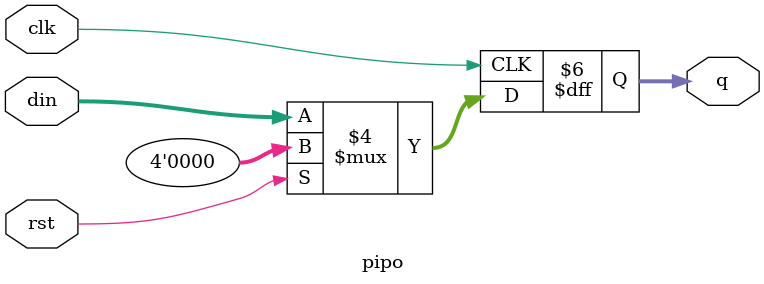
<source format=v>
`timescale 1ns / 1ps


module pipo(
    input clk,rst,
    input [3:0]din,
    output reg [3:0]q
    );
    always @(posedge clk)
    begin
    if(rst==1)
        q<=0;
    else
        q<=din;
    end
endmodule

</source>
